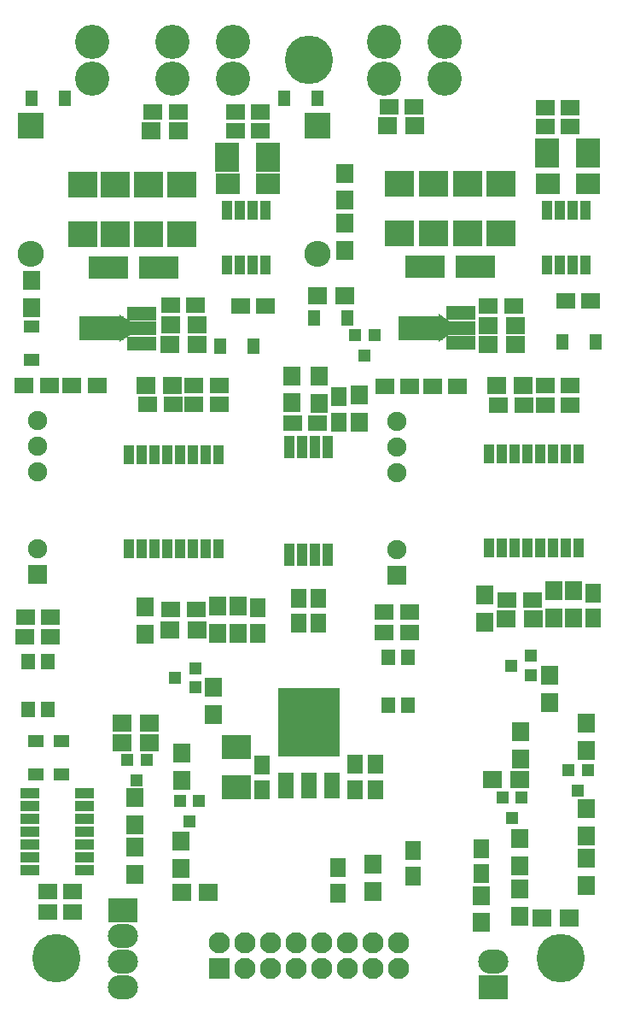
<source format=gts>
G04 #@! TF.GenerationSoftware,KiCad,Pcbnew,no-vcs-found-9413793~61~ubuntu17.10.1*
G04 #@! TF.CreationDate,2017-12-18T18:39:30-05:00*
G04 #@! TF.ProjectId,ENNOID Dual Gate Driver,454E4E4F4944204475616C2047617465,rev?*
G04 #@! TF.SameCoordinates,Original*
G04 #@! TF.FileFunction,Soldermask,Top*
G04 #@! TF.FilePolarity,Negative*
%FSLAX46Y46*%
G04 Gerber Fmt 4.6, Leading zero omitted, Abs format (unit mm)*
G04 Created by KiCad (PCBNEW no-vcs-found-9413793~61~ubuntu17.10.1) date Mon Dec 18 18:39:30 2017*
%MOMM*%
%LPD*%
G01*
G04 APERTURE LIST*
%ADD10R,1.650000X1.900000*%
%ADD11R,1.700000X1.900000*%
%ADD12C,1.100000*%
%ADD13C,4.800000*%
%ADD14R,2.900000X2.400000*%
%ADD15R,1.900000X1.650000*%
%ADD16R,2.400000X2.000000*%
%ADD17R,2.400000X2.900000*%
%ADD18R,1.300000X1.600000*%
%ADD19R,1.600000X1.300000*%
%ADD20O,2.600000X2.600000*%
%ADD21R,2.600000X2.600000*%
%ADD22O,3.000000X2.400000*%
%ADD23R,3.000000X2.400000*%
%ADD24C,1.150000*%
%ADD25C,0.100000*%
%ADD26R,4.400000X2.400000*%
%ADD27R,2.900000X1.400000*%
%ADD28R,1.300000X1.200000*%
%ADD29R,1.900000X1.700000*%
%ADD30R,3.000000X2.500000*%
%ADD31R,1.000000X1.950000*%
%ADD32R,1.200000X1.300000*%
%ADD33R,3.900000X2.200000*%
%ADD34R,1.000000X1.900000*%
%ADD35R,1.900000X1.000000*%
%ADD36R,6.200000X6.800000*%
%ADD37R,1.600000X2.600000*%
%ADD38C,3.400000*%
%ADD39R,1.040000X2.305000*%
%ADD40C,2.100000*%
%ADD41R,2.100000X2.100000*%
%ADD42R,1.350000X1.650000*%
%ADD43O,1.900000X1.900000*%
%ADD44R,1.900000X1.900000*%
G04 APERTURE END LIST*
D10*
X40386000Y-84816000D03*
X40386000Y-82316000D03*
D11*
X20535900Y-68837800D03*
X20535900Y-66137800D03*
D12*
X31166726Y-2833274D03*
X30000000Y-2350000D03*
X28833274Y-2833274D03*
X28350000Y-4000000D03*
X28833274Y-5166726D03*
X30000000Y-5650000D03*
X31166726Y-5166726D03*
X31650000Y-4000000D03*
D13*
X30000000Y-4000000D03*
D12*
X6166726Y-91833274D03*
X5000000Y-91350000D03*
X3833274Y-91833274D03*
X3350000Y-93000000D03*
X3833274Y-94166726D03*
X5000000Y-94650000D03*
X6166726Y-94166726D03*
X6650000Y-93000000D03*
D13*
X5000000Y-93000000D03*
X55000000Y-93000000D03*
D12*
X56650000Y-93000000D03*
X56166726Y-94166726D03*
X55000000Y-94650000D03*
X53833274Y-94166726D03*
X53350000Y-93000000D03*
X53833274Y-91833274D03*
X55000000Y-91350000D03*
X56166726Y-91833274D03*
D14*
X22834600Y-72053700D03*
X22834600Y-76053700D03*
D10*
X25400000Y-76307000D03*
X25400000Y-73807000D03*
X34607500Y-76256200D03*
X34607500Y-73756200D03*
X36601400Y-73756200D03*
X36601400Y-76256200D03*
D15*
X1874200Y-61163200D03*
X4374200Y-61163200D03*
X4376740Y-59161680D03*
X1876740Y-59161680D03*
X4285300Y-36245800D03*
X1785300Y-36245800D03*
X6522400Y-36245800D03*
X9022400Y-36245800D03*
X18786160Y-28242260D03*
X16286160Y-28242260D03*
X37497700Y-58674000D03*
X39997700Y-58674000D03*
X39997700Y-60731400D03*
X37497700Y-60731400D03*
X40035800Y-36296600D03*
X37535800Y-36296600D03*
X42270360Y-36286440D03*
X44770360Y-36286440D03*
X50330420Y-28399740D03*
X47830420Y-28399740D03*
X16352200Y-58420000D03*
X18852200Y-58420000D03*
D10*
X24968200Y-58287600D03*
X24968200Y-60787600D03*
D15*
X18600100Y-36220400D03*
X21100100Y-36220400D03*
X16540800Y-38125400D03*
X14040800Y-38125400D03*
X21105500Y-38125400D03*
X18605500Y-38125400D03*
X23235600Y-28397200D03*
X25735600Y-28397200D03*
D16*
X21948640Y-16286480D03*
X25948640Y-16286480D03*
D15*
X25240300Y-9133840D03*
X22740300Y-9133840D03*
X22714900Y-11003280D03*
X25214900Y-11003280D03*
D17*
X25926800Y-13609320D03*
X21926800Y-13609320D03*
D15*
X14551340Y-9133840D03*
X17051340Y-9133840D03*
X52202400Y-57454800D03*
X49702400Y-57454800D03*
D10*
X58191400Y-59276300D03*
X58191400Y-56776300D03*
D15*
X53461600Y-36245800D03*
X55961600Y-36245800D03*
X51351500Y-38176200D03*
X48851500Y-38176200D03*
X55974300Y-38176200D03*
X53474300Y-38176200D03*
X57993600Y-27838400D03*
X55493600Y-27838400D03*
D16*
X57732680Y-16243300D03*
X53732680Y-16243300D03*
D15*
X53453980Y-8699500D03*
X55953980Y-8699500D03*
X53441280Y-10617200D03*
X55941280Y-10617200D03*
D17*
X53681880Y-13195300D03*
X57681880Y-13195300D03*
D15*
X40454900Y-8636000D03*
X37954900Y-8636000D03*
D10*
X32994600Y-37370700D03*
X32994600Y-39870700D03*
X30924500Y-59809700D03*
X30924500Y-57309700D03*
X29032200Y-57309700D03*
X29032200Y-59809700D03*
X32918400Y-83992400D03*
X32918400Y-86492400D03*
D15*
X4106860Y-88374220D03*
X6606860Y-88374220D03*
D10*
X47142400Y-82105058D03*
X47142400Y-84605058D03*
D18*
X21260800Y-32308800D03*
X24560800Y-32308800D03*
X58495200Y-31902400D03*
X55195200Y-31902400D03*
D19*
X2501900Y-30430200D03*
X2501900Y-33730200D03*
D20*
X2463800Y-23228300D03*
D21*
X2463800Y-10528300D03*
D18*
X5790200Y-7797800D03*
X2490200Y-7797800D03*
X33857200Y-29552900D03*
X30557200Y-29552900D03*
D21*
X30848360Y-10513060D03*
D20*
X30848360Y-23213060D03*
D18*
X27547300Y-7823200D03*
X30847300Y-7823200D03*
D22*
X11544300Y-95872300D03*
X11544300Y-93332300D03*
X11544300Y-90792300D03*
D23*
X11544300Y-88252300D03*
D22*
X48298100Y-93306900D03*
D23*
X48298100Y-95846900D03*
D24*
X43448400Y-30530800D03*
D25*
G36*
X42873400Y-29157097D02*
X44023400Y-29923763D01*
X44023400Y-31137837D01*
X42873400Y-31904503D01*
X42873400Y-29157097D01*
X42873400Y-29157097D01*
G37*
D26*
X41098400Y-30530800D03*
D27*
X45058400Y-29030800D03*
X45058400Y-30530800D03*
X45058400Y-32030800D03*
X13450640Y-32091760D03*
X13450640Y-30591760D03*
X13450640Y-29091760D03*
D26*
X9490640Y-30591760D03*
D24*
X11840640Y-30591760D03*
D25*
G36*
X11265640Y-29218057D02*
X12415640Y-29984723D01*
X12415640Y-31198797D01*
X11265640Y-31965463D01*
X11265640Y-29218057D01*
X11265640Y-29218057D01*
G37*
D28*
X16767300Y-65189100D03*
X18767300Y-64239100D03*
X18767300Y-66139100D03*
X52054000Y-64932600D03*
X52054000Y-63032600D03*
X50054000Y-63982600D03*
D29*
X16272520Y-30198060D03*
X18972520Y-30198060D03*
X18957280Y-32204660D03*
X16257280Y-32204660D03*
X50532020Y-30292040D03*
X47832020Y-30292040D03*
X50532020Y-32184340D03*
X47832020Y-32184340D03*
D11*
X13804900Y-60874900D03*
X13804900Y-58174900D03*
X23012400Y-60773300D03*
X23012400Y-58073300D03*
D29*
X18914100Y-60490100D03*
X16214100Y-60490100D03*
D11*
X21005800Y-58073300D03*
X21005800Y-60773300D03*
X2501900Y-28540700D03*
X2501900Y-25840700D03*
D30*
X7569200Y-21246000D03*
X7569200Y-16346000D03*
X10820400Y-16366320D03*
X10820400Y-21266320D03*
X14122400Y-16346000D03*
X14122400Y-21246000D03*
X17424400Y-21246000D03*
X17424400Y-16346000D03*
D29*
X17059900Y-11008360D03*
X14359900Y-11008360D03*
D11*
X53873400Y-64944000D03*
X53873400Y-67644000D03*
X47434500Y-57019200D03*
X47434500Y-59719200D03*
X56261000Y-56562000D03*
X56261000Y-59262000D03*
D29*
X49551600Y-59385200D03*
X52251600Y-59385200D03*
D11*
X54330600Y-56562000D03*
X54330600Y-59262000D03*
D29*
X30857200Y-27381200D03*
X33557200Y-27381200D03*
D30*
X39032180Y-16295200D03*
X39032180Y-21195200D03*
X42384980Y-21182500D03*
X42384980Y-16282500D03*
X49115980Y-16282500D03*
X49115980Y-21182500D03*
X45750480Y-21195200D03*
X45750480Y-16295200D03*
D29*
X37829500Y-10541000D03*
X40529500Y-10541000D03*
D11*
X33561020Y-17903180D03*
X33561020Y-15203180D03*
X34988500Y-37181800D03*
X34988500Y-39881800D03*
X33561020Y-20130780D03*
X33561020Y-22830780D03*
X31013400Y-38014900D03*
X31013400Y-35314900D03*
X28295600Y-35276800D03*
X28295600Y-37976800D03*
X47141202Y-86754858D03*
X47141202Y-89454858D03*
D29*
X53158400Y-88950800D03*
X55858400Y-88950800D03*
D31*
X21899880Y-18864600D03*
X23169880Y-18864600D03*
X24439880Y-18864600D03*
X25709880Y-18864600D03*
X25709880Y-24264600D03*
X24439880Y-24264600D03*
X23169880Y-24264600D03*
X21899880Y-24264600D03*
X53608286Y-18862886D03*
X54878286Y-18862886D03*
X56148286Y-18862886D03*
X57418286Y-18862886D03*
X57418286Y-24262886D03*
X56148286Y-24262886D03*
X54878286Y-24262886D03*
X53608286Y-24262886D03*
D15*
X30904500Y-39992300D03*
X28404500Y-39992300D03*
X4106860Y-86354920D03*
X6606860Y-86354920D03*
D32*
X35560000Y-33258000D03*
X34610000Y-31258000D03*
X36510000Y-31258000D03*
D33*
X15106020Y-24582120D03*
X10106020Y-24582120D03*
X41548680Y-24434800D03*
X46548680Y-24434800D03*
D11*
X57556400Y-78190100D03*
X57556400Y-80890100D03*
X50977800Y-83814900D03*
X50977800Y-81114900D03*
D19*
X2969260Y-71471520D03*
X2969260Y-74771520D03*
X5445760Y-74771520D03*
X5445760Y-71471520D03*
D11*
X17348200Y-84039700D03*
X17348200Y-81339700D03*
X12750800Y-77085200D03*
X12750800Y-79785200D03*
X36360100Y-86363800D03*
X36360100Y-83663800D03*
D32*
X57680900Y-74336400D03*
X55780900Y-74336400D03*
X56730900Y-76336400D03*
X50192900Y-79050900D03*
X49242900Y-77050900D03*
X51142900Y-77050900D03*
X19111000Y-77409800D03*
X17211000Y-77409800D03*
X18161000Y-79409800D03*
X12954000Y-75333100D03*
X12004000Y-73333100D03*
X13904000Y-73333100D03*
D11*
X57569100Y-72406500D03*
X57569100Y-69706500D03*
X57518300Y-85754200D03*
X57518300Y-83054200D03*
X50977800Y-88827600D03*
X50977800Y-86127600D03*
D29*
X50956200Y-75298300D03*
X48256200Y-75298300D03*
D11*
X51054000Y-70544700D03*
X51054000Y-73244700D03*
X17386300Y-75378300D03*
X17386300Y-72678300D03*
D29*
X20069800Y-86423500D03*
X17369800Y-86423500D03*
D11*
X12750800Y-81949300D03*
X12750800Y-84649300D03*
D29*
X11489700Y-71602600D03*
X14189700Y-71602600D03*
X14189700Y-69646800D03*
X11489700Y-69646800D03*
D34*
X21018500Y-52427400D03*
X19748500Y-52427400D03*
X18478500Y-52427400D03*
X17208500Y-52427400D03*
X15938500Y-52427400D03*
X14668500Y-52427400D03*
X13398500Y-52427400D03*
X12128500Y-52427400D03*
X12128500Y-43127400D03*
X13398500Y-43127400D03*
X14668500Y-43127400D03*
X15938500Y-43127400D03*
X17208500Y-43127400D03*
X18478500Y-43127400D03*
X19748500Y-43127400D03*
X21018500Y-43127400D03*
X56756300Y-43013100D03*
X55486300Y-43013100D03*
X54216300Y-43013100D03*
X52946300Y-43013100D03*
X51676300Y-43013100D03*
X50406300Y-43013100D03*
X49136300Y-43013100D03*
X47866300Y-43013100D03*
X47866300Y-52313100D03*
X49136300Y-52313100D03*
X50406300Y-52313100D03*
X51676300Y-52313100D03*
X52946300Y-52313100D03*
X54216300Y-52313100D03*
X55486300Y-52313100D03*
X56756300Y-52313100D03*
D35*
X7744440Y-84267040D03*
X7744440Y-82997040D03*
X7744440Y-81727040D03*
X7744440Y-80457040D03*
X7744440Y-79187040D03*
X7744440Y-77917040D03*
X7744440Y-76647040D03*
X2344440Y-76647040D03*
X2344440Y-77917040D03*
X2344440Y-79187040D03*
X2344440Y-80457040D03*
X2344440Y-81727040D03*
X2344440Y-82997040D03*
X2344440Y-84267040D03*
D29*
X13813800Y-36207700D03*
X16513800Y-36207700D03*
X51311800Y-36283900D03*
X48611800Y-36283900D03*
D36*
X30000000Y-69604200D03*
D37*
X32280000Y-75904200D03*
X30000000Y-75904200D03*
X27720000Y-75904200D03*
D38*
X22500000Y-5830000D03*
X22500000Y-2170000D03*
X8500000Y-5830000D03*
X8500000Y-2170000D03*
X16500000Y-5830000D03*
X16500000Y-2170000D03*
X43500000Y-5830000D03*
X43500000Y-2170000D03*
X37500000Y-2170000D03*
X37500000Y-5830000D03*
D39*
X31902400Y-42302900D03*
X30632400Y-42302900D03*
X29362400Y-42302900D03*
X28092400Y-42302900D03*
X28092400Y-52997900D03*
X29362400Y-52997900D03*
X30632400Y-52997900D03*
X31902400Y-52997900D03*
D40*
X38887400Y-91478100D03*
X38887400Y-94018100D03*
X36347400Y-91478100D03*
X36347400Y-94018100D03*
X33807400Y-91478100D03*
X33807400Y-94018100D03*
X31267400Y-91478100D03*
X31267400Y-94018100D03*
X28727400Y-91478100D03*
X28727400Y-94018100D03*
X26187400Y-91478100D03*
X26187400Y-94018100D03*
X23647400Y-91478100D03*
X23647400Y-94018100D03*
X21107400Y-91478100D03*
D41*
X21107400Y-94018100D03*
D42*
X2149600Y-68364200D03*
X4149600Y-68364200D03*
X4149600Y-63614200D03*
X2149600Y-63614200D03*
X37862000Y-63157000D03*
X39862000Y-63157000D03*
X39862000Y-67907000D03*
X37862000Y-67907000D03*
D43*
X3098800Y-39725600D03*
X3098800Y-42265600D03*
X3098800Y-44805600D03*
X3098800Y-52425600D03*
D44*
X3098800Y-54965600D03*
X38785800Y-55003700D03*
D43*
X38785800Y-52463700D03*
X38785800Y-44843700D03*
X38785800Y-42303700D03*
X38785800Y-39763700D03*
M02*

</source>
